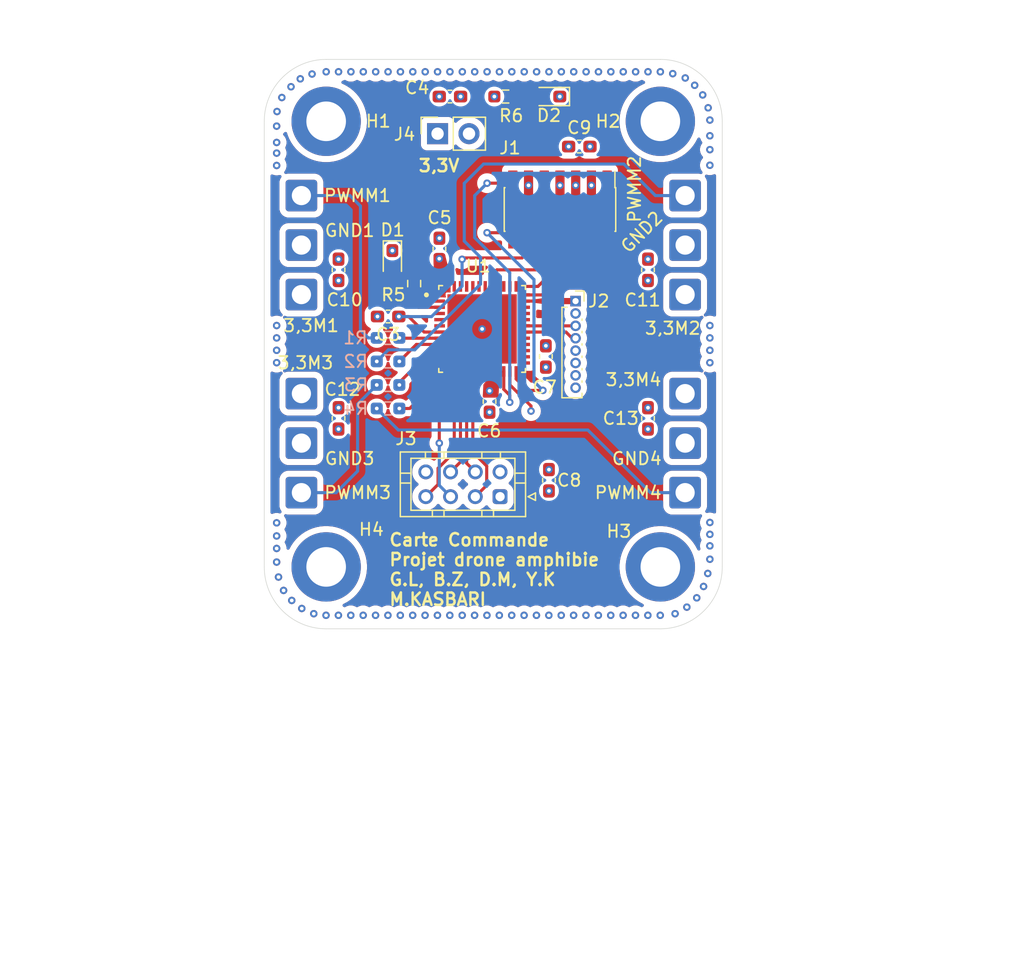
<source format=kicad_pcb>
(kicad_pcb (version 20241229) (generator "pcbnew") (generator_version "9.0")
  (layers (0 "F.Cu" signal) (4 "In1.Cu" signal) (6 "In2.Cu" signal) (2 "B.Cu" signal) (13 "F.Paste" user) (15 "B.Paste" user) (5 "F.SilkS" user "F.Silkscreen") (7 "B.SilkS" user "B.Silkscreen") (1 "F.Mask" user) (3 "B.Mask" user) (25 "Edge.Cuts" user))
  (net 0 "")
  (net 1 "3,3V")
  (net 2 "GND")
  (net 3 "NReset")
  (net 4 "USART_RX")
  (net 5 "SWO")
  (net 9 "USART_TX")
  (net 11 "SWCLK")
  (net 12 "SWDIO")
  (net 14 "SCL")
  (net 16 "SDA")
  (net 18 "RF_MISO")
  (net 19 "RF_CSN")
  (net 21 "RF_CE")
  (net 22 "RF_SCK")
  (net 23 "RF_MOSI")
  (net 24 "Net-(PWMM1-Pin_1)")
  (net 25 "Net-(PWMM2-Pin_1)")
  (net 26 "Net-(PWMM3-Pin_1)")
  (net 27 "Net-(PWMM4-Pin_1)")
  (net 39 "Net-(D1-A)")
  (net 53 "Net-(U1-PA2)")
  (net 54 "Net-(U1-PA3)")
  (net 55 "Net-(U1-PA0)")
  (net 56 "Net-(U1-PA1)")
  (net 57 "Net-(D2-A)")
  (net 58 "Net-(U1-PC14-OSC32_IN)")
  (footprint "Resistor_SMD:R_0603_1608Metric_Pad0.98x0.95mm_HandSolder" (layer "F.Cu") (at 134.5 42)
    (property "Reference" "R6" (at 0.45 1.55 0) (layer "F.SilkS"))
    (property "Value" "220")
    (pad "1" smd roundrect (at -0.9125 0) (size 0.975 0.95) (layers "F.Cu" "F.Mask" "F.Paste") (net 1 "3,3V"))
    (pad "2" smd roundrect (at 0.9125 0) (size 0.975 0.95) (layers "F.Cu" "F.Mask" "F.Paste") (net 57 "Net-(D2-A)"))
  )
  (footprint "Capacitor_SMD:C_0603_1608Metric_Pad1.08x0.95mm_HandSolder" (layer "F.Cu") (at 146 68 -90)
    (property "Reference" "C13" (at 0 2.2 0) (layer "F.SilkS"))
    (property "Value" "1uF")
    (pad "1" smd roundrect (at -0.862501 0 270) (size 1.075 0.95) (layers "F.Cu" "F.Mask" "F.Paste") (net 1 "3,3V"))
    (pad "2" smd roundrect (at 0.862501 0 270) (size 1.075 0.95) (layers "F.Cu" "F.Mask" "F.Paste") (net 2 "GND"))
  )
  (footprint "MountingHole:MountingHole_3.2mm_M3_DIN965_Pad" (layer "F.Cu") (at 147 80)
    (property "Reference" "H3" (at -3.35 -2.875 0) (layer "F.SilkS"))
    (property "Value" "MountingHole_Pad")
    (pad "1" thru_hole circle (at 0 0) (size 5.6 5.6) (drill 3.2) (layers "*.Cu" "*.Mask") (net 2 "GND"))
  )
  (footprint "Connector_PinSocket_2.54mm:PinSocket_1x02_P2.54mm_Vertical" (layer "F.Cu") (at 129 45 90)
    (property "Reference" "J4" (at -0.05 -2.67 180) (layer "F.SilkS"))
    (property "Value" "Conn_01x02_Pin")
    (pad "1" thru_hole rect (at 0 0 90) (size 1.7 1.7) (drill 1) (layers "*.Cu" "*.Mask") (net 1 "3,3V"))
    (pad "2" thru_hole oval (at 0 2.54 90) (size 1.7 1.7) (drill 1) (layers "*.Cu" "*.Mask") (net 2 "GND"))
  )
  (footprint "MountingHole:MountingHole_3.2mm_M3_DIN965_Pad" (layer "F.Cu") (at 147 44)
    (property "Reference" "H2" (at -4.23 0 0) (layer "F.SilkS"))
    (property "Value" "MountingHole_Pad")
    (pad "1" thru_hole circle (at 0 0) (size 5.6 5.6) (drill 3.2) (layers "*.Cu" "*.Mask") (net 2 "GND"))
  )
  (footprint "Connector_Wire:SolderWire-0.75sqmm_1x01_D1.25mm_OD2.3mm" (layer "F.Cu") (at 118 50)
    (property "Reference" "PWMM1" (at 4.525 0 0) (layer "F.SilkS"))
    (property "Value" "Conn_01x01_Pin")
    (pad "1" thru_hole roundrect (at 0 0) (size 2.55 2.55) (drill 1.55) (layers "*.Cu" "*.Mask") (roundrect_rratio 0.098039) (net 24 "Net-(PWMM1-Pin_1)"))
  )
  (footprint "Connector_Wire:SolderWire-0.75sqmm_1x01_D1.25mm_OD2.3mm" (layer "F.Cu") (at 118 70)
    (property "Reference" "GND3" (at 3.9 1.25 0) (layer "F.SilkS"))
    (property "Value" "Conn_01x01_Pin")
    (pad "1" thru_hole roundrect (at 0 0) (size 2.55 2.55) (drill 1.55) (layers "*.Cu" "*.Mask") (roundrect_rratio 0.098039) (net 2 "GND"))
  )
  (footprint "Diode_SMD:D_0603_1608Metric_Pad1.05x0.95mm_HandSolder" (layer "F.Cu") (at 138 42 180)
    (property "Reference" "D2" (at 0 -1.53 0) (layer "F.SilkS"))
    (property "Value" "D")
    (pad "1" smd roundrect (at -0.874999 0 180) (size 1.05 0.95) (layers "F.Cu" "F.Mask" "F.Paste") (net 2 "GND"))
    (pad "2" smd roundrect (at 0.874999 0 180) (size 1.05 0.95) (layers "F.Cu" "F.Mask" "F.Paste") (net 57 "Net-(D2-A)"))
  )
  (footprint "Capacitor_SMD:C_0603_1608Metric_Pad1.08x0.95mm_HandSolder" (layer "F.Cu") (at 121 68 -90)
    (property "Reference" "C12" (at -2.34 -0.32 0) (layer "F.SilkS"))
    (property "Value" "1uF")
    (pad "1" smd roundrect (at -0.862501 0 270) (size 1.075 0.95) (layers "F.Cu" "F.Mask" "F.Paste") (net 1 "3,3V"))
    (pad "2" smd roundrect (at 0.862501 0 270) (size 1.075 0.95) (layers "F.Cu" "F.Mask" "F.Paste") (net 2 "GND"))
  )
  (footprint "Capacitor_SMD:C_0603_1608Metric_Pad1.08x0.95mm_HandSolder" (layer "F.Cu") (at 137.75 63 -90)
    (property "Reference" "C7" (at 2.475 0.1 180) (layer "F.SilkS"))
    (property "Value" "100nF")
    (pad "1" smd roundrect (at -0.862501 0 270) (size 1.075 0.95) (layers "F.Cu" "F.Mask" "F.Paste") (net 1 "3,3V"))
    (pad "2" smd roundrect (at 0.862501 0 270) (size 1.075 0.95) (layers "F.Cu" "F.Mask" "F.Paste") (net 2 "GND"))
  )
  (footprint "Connector_Wire:SolderWire-0.75sqmm_1x01_D1.25mm_OD2.3mm" (layer "F.Cu") (at 149 70)
    (property "Reference" "GND4" (at -3.9 1.25 0) (layer "F.SilkS"))
    (property "Value" "Conn_01x01_Pin")
    (pad "1" thru_hole roundrect (at 0 0) (size 2.55 2.55) (drill 1.55) (layers "*.Cu" "*.Mask") (roundrect_rratio 0.098039) (net 2 "GND"))
  )
  (footprint "MountingHole:MountingHole_3.2mm_M3_DIN965_Pad" (layer "F.Cu") (at 120 44)
    (property "Reference" "H1" (at 4.21 -0.01 0) (layer "F.SilkS"))
    (property "Value" "MountingHole_Pad")
    (pad "1" thru_hole circle (at 0 0) (size 5.6 5.6) (drill 3.2) (layers "*.Cu" "*.Mask") (net 2 "GND"))
  )
  (footprint "MountingHole:MountingHole_3.2mm_M3_DIN965_Pad" (layer "F.Cu") (at 120 80)
    (property "Reference" "H4" (at 3.65 -3.025 0) (layer "F.SilkS"))
    (property "Value" "MountingHole_Pad")
    (pad "1" thru_hole circle (at 0 0) (size 5.6 5.6) (drill 3.2) (layers "*.Cu" "*.Mask") (net 2 "GND"))
  )
  (footprint "Diode_SMD:D_0603_1608Metric_Pad1.05x0.95mm_HandSolder" (layer "F.Cu") (at 125.35 55.32 -90)
    (property "Reference" "D1" (at -2.54 -0.02 180) (layer "F.SilkS"))
    (property "Value" "D")
    (pad "1" smd roundrect (at -0.874999 0 270) (size 1.05 0.95) (layers "F.Cu" "F.Mask" "F.Paste") (net 2 "GND"))
    (pad "2" smd roundrect (at 0.874999 0 270) (size 1.05 0.95) (layers "F.Cu" "F.Mask" "F.Paste") (net 39 "Net-(D1-A)"))
  )
  (footprint "STM32G431CBU6:QFN50P700X700X60-49N" (layer "F.Cu") (at 132.6 60.775)
    (property "Reference" "U1" (at -0.3175 -5.08 0) (layer "F.SilkS"))
    (property "Value" "STM32G431CBU6")
    (pad "1" smd rect (at -3.435 -2.75) (size 0.86 0.27) (layers "F.Cu" "F.Paste") (net 1 "3,3V"))
    (pad "2" smd rect (at -3.435 -2.25) (size 0.86 0.27) (layers "F.Cu" "F.Paste"))
    (pad "3" smd rect (at -3.435 -1.75) (size 0.86 0.27) (layers "F.Cu" "F.Paste") (net 58 "Net-(U1-PC14-OSC32_IN)"))
    (pad "4" smd rect (at -3.435 -1.25) (size 0.86 0.27) (layers "F.Cu" "F.Paste"))
    (pad "5" smd rect (at -3.435 -0.75) (size 0.86 0.27) (layers "F.Cu" "F.Paste"))
    (pad "6" smd rect (at -3.435 -0.25) (size 0.86 0.27) (layers "F.Cu" "F.Paste"))
    (pad "7" smd rect (at -3.435 0.25) (size 0.86 0.27) (layers "F.Cu" "F.Paste") (net 3 "NReset"))
    (pad "8" smd rect (at -3.435 0.75) (size 0.86 0.27) (layers "F.Cu" "F.Paste") (net 55 "Net-(U1-PA0)"))
    (pad "9" smd rect (at -3.435 1.25) (size 0.86 0.27) (layers "F.Cu" "F.Paste") (net 56 "Net-(U1-PA1)"))
    (pad "10" smd rect (at -3.435 1.75) (size 0.86 0.27) (layers "F.Cu" "F.Paste") (net 53 "Net-(U1-PA2)"))
    (pad "11" smd rect (at -3.435 2.25) (size 0.86 0.27) (layers "F.Cu" "F.Paste") (net 54 "Net-(U1-PA3)"))
    (pad "12" smd rect (at -3.435 2.75) (size 0.86 0.27) (layers "F.Cu" "F.Paste"))
    (pad "13" smd rect (at -2.75 3.435) (size 0.27 0.86) (layers "F.Cu" "F.Paste") (net 22 "RF_SCK"))
    (pad "14" smd rect (at -2.25 3.435) (size 0.27 0.86) (layers "F.Cu" "F.Paste") (net 18 "RF_MISO"))
    (pad "15" smd rect (at -1.75 3.435) (size 0.27 0.86) (layers "F.Cu" "F.Paste") (net 23 "RF_MOSI"))
    (pad "16" smd rect (at -1.25 3.435) (size 0.27 0.86) (layers "F.Cu" "F.Paste") (net 19 "RF_CSN"))
    (pad "17" smd rect (at -0.75 3.435) (size 0.27 0.86) (layers "F.Cu" "F.Paste") (net 21 "RF_CE"))
    (pad "18" smd rect (at -0.25 3.435) (size 0.27 0.86) (layers "F.Cu" "F.Paste"))
    (pad "19" smd rect (at 0.25 3.435) (size 0.27 0.86) (layers "F.Cu" "F.Paste"))
    (pad "20" smd rect (at 0.75 3.435) (size 0.27 0.86) (layers "F.Cu" "F.Paste") (net 1 "3,3V"))
    (pad "21" smd rect (at 1.25 3.435) (size 0.27 0.86) (layers "F.Cu" "F.Paste") (net 1 "3,3V"))
    (pad "22" smd rect (at 1.75 3.435) (size 0.27 0.86) (layers "F.Cu" "F.Paste") (net 4 "USART_RX"))
    (pad "23" smd rect (at 2.25 3.435) (size 0.27 0.86) (layers "F.Cu" "F.Paste") (net 1 "3,3V"))
    (pad "24" smd rect (at 2.75 3.435) (size 0.27 0.86) (layers "F.Cu" "F.Paste") (net 9 "USART_TX"))
    (pad "25" smd rect (at 3.435 2.75) (size 0.86 0.27) (layers "F.Cu" "F.Paste"))
    (pad "26" smd rect (at 3.435 2.25) (size 0.86 0.27) (layers "F.Cu" "F.Paste"))
    (pad "27" smd rect (at 3.435 1.75) (size 0.86 0.27) (layers "F.Cu" "F.Paste"))
    (pad "28" smd rect (at 3.435 1.25) (size 0.86 0.27) (layers "F.Cu" "F.Paste"))
    (pad "29" smd rect (at 3.435 0.75) (size 0.86 0.27) (layers "F.Cu" "F.Paste"))
    (pad "30" smd rect (at 3.435 0.25) (size 0.86 0.27) (layers "F.Cu" "F.Paste") (net 16 "SDA"))
    (pad "31" smd rect (at 3.435 -0.25) (size 0.86 0.27) (layers "F.Cu" "F.Paste") (net 14 "SCL"))
    (pad "32" smd rect (at 3.435 -0.75) (size 0.86 0.27) (layers "F.Cu" "F.Paste"))
    (pad "33" smd rect (at 3.435 -1.25) (size 0.86 0.27) (layers "F.Cu" "F.Paste"))
    (pad "34" smd rect (at 3.435 -1.75) (size 0.86 0.27) (layers "F.Cu" "F.Paste"))
    (pad "35" smd rect (at 3.435 -2.25) (size 0.86 0.27) (layers "F.Cu" "F.Paste") (net 1 "3,3V"))
    (pad "36" smd rect (at 3.435 -2.75) (size 0.86 0.27) (layers "F.Cu" "F.Paste") (net 12 "SWDIO"))
    (pad "37" smd rect (at 2.75 -3.435) (size 0.27 0.86) (layers "F.Cu" "F.Paste") (net 11 "SWCLK"))
    (pad "38" smd rect (at 2.25 -3.435) (size 0.27 0.86) (layers "F.Cu" "F.Paste"))
    (pad "39" smd rect (at 1.75 -3.435) (size 0.27 0.86) (layers "F.Cu" "F.Paste"))
    (pad "40" smd rect (at 1.25 -3.435) (size 0.27 0.86) (layers "F.Cu" "F.Paste"))
    (pad "41" smd rect (at 0.75 -3.435) (size 0.27 0.86) (layers "F.Cu" "F.Paste") (net 5 "SWO"))
    (pad "42" smd rect (at 0.25 -3.435) (size 0.27 0.86) (layers "F.Cu" "F.Paste"))
    (pad "43" smd rect (at -0.25 -3.435) (size 0.27 0.86) (layers "F.Cu" "F.Paste"))
    (pad "44" smd rect (at -0.75 -3.435) (size 0.27 0.86) (layers "F.Cu" "F.Paste"))
    (pad "45" smd rect (at -1.25 -3.435) (size 0.27 0.86) (layers "F.Cu" "F.Paste"))
    (pad "46" smd rect (at -1.75 -3.435) (size 0.27 0.86) (layers "F.Cu" "F.Paste"))
    (pad "47" smd rect (at -2.25 -3.435) (size 0.27 0.86) (layers "F.Cu" "F.Paste"))
    (pad "48" smd rect (at -2.75 -3.435) (size 0.27 0.86) (layers "F.Cu" "F.Paste") (net 1 "3,3V"))
    (pad "49" smd rect (at 0 0) (size 5.6 5.6) (layers "F.Cu") (net 2 "GND"))
  )
  (footprint "Capacitor_SMD:C_0603_1608Metric_Pad1.08x0.95mm_HandSolder" (layer "F.Cu") (at 138 73 90)
    (property "Reference" "C8" (at 0 1.64 0) (layer "F.SilkS"))
    (property "Value" "10uF")
    (pad "1" smd roundrect (at -0.862501 0 90) (size 1.075 0.95) (layers "F.Cu" "F.Mask" "F.Paste") (net 2 "GND"))
    (pad "2" smd roundrect (at 0.862501 0 90) (size 1.075 0.95) (layers "F.Cu" "F.Mask" "F.Paste") (net 1 "3,3V"))
  )
  (footprint "Connector_Wire:SolderWire-0.75sqmm_1x01_D1.25mm_OD2.3mm" (layer "F.Cu") (at 118 58)
    (property "Reference" "3,3M1" (at 0.78 2.51 0) (layer "F.SilkS"))
    (property "Value" "Conn_01x01_Pin")
    (pad "1" thru_hole roundrect (at 0 0) (size 2.55 2.55) (drill 1.55) (layers "*.Cu" "*.Mask") (roundrect_rratio 0.098039) (net 1 "3,3V"))
  )
  (footprint "Connector_Wire:SolderWire-0.75sqmm_1x01_D1.25mm_OD2.3mm" (layer "F.Cu") (at 118 66)
    (property "Reference" "3,3M3" (at 0.33 -2.49 0) (layer "F.SilkS"))
    (property "Value" "Conn_01x01_Pin")
    (pad "1" thru_hole roundrect (at 0 0) (size 2.55 2.55) (drill 1.55) (layers "*.Cu" "*.Mask") (roundrect_rratio 0.098039) (net 1 "3,3V"))
  )
  (footprint "Capacitor_SMD:C_0603_1608Metric_Pad1.08x0.95mm_HandSolder" (layer "F.Cu") (at 121 56 90)
    (property "Reference" "C10" (at -2.42 0.49 0) (layer "F.SilkS"))
    (property "Value" "1uF")
    (pad "1" smd roundrect (at -0.862501 0 90) (size 1.075 0.95) (layers "F.Cu" "F.Mask" "F.Paste") (net 1 "3,3V"))
    (pad "2" smd roundrect (at 0.862501 0 90) (size 1.075 0.95) (layers "F.Cu" "F.Mask" "F.Paste") (net 2 "GND"))
  )
  (footprint "Connector_JST:JST_PHD_B8B-PHDSS_2x04_P2.00mm_Vertical" (layer "F.Cu") (at 134.05 74.325 180)
    (property "Reference" "J3" (at 7.6 4.685 0) (layer "F.SilkS"))
    (property "Value" "Conn_02x04_Odd_Even")
    (pad "1" thru_hole roundrect (at 0 0 180) (size 1.2 1.2) (drill 0.75) (layers "*.Cu" "*.Mask") (roundrect_rratio 0.208333) (net 2 "GND"))
    (pad "2" thru_hole circle (at 0 2.000001 180) (size 1.2 1.2) (drill 0.75) (layers "*.Cu" "*.Mask") (net 1 "3,3V"))
    (pad "3" thru_hole circle (at 2.000001 0 180) (size 1.2 1.2) (drill 0.75) (layers "*.Cu" "*.Mask") (net 21 "RF_CE"))
    (pad "4" thru_hole circle (at 2 2 180) (size 1.2 1.2) (drill 0.75) (layers "*.Cu" "*.Mask") (net 19 "RF_CSN"))
    (pad "5" thru_hole circle (at 4 0 180) (size 1.2 1.2) (drill 0.75) (layers "*.Cu" "*.Mask") (net 22 "RF_SCK"))
    (pad "6" thru_hole circle (at 4.000001 2 180) (size 1.2 1.2) (drill 0.75) (layers "*.Cu" "*.Mask") (net 23 "RF_MOSI"))
    (pad "7" thru_hole circle (at 6 0 180) (size 1.2 1.2) (drill 0.75) (layers "*.Cu" "*.Mask") (net 18 "RF_MISO"))
    (pad "8" thru_hole circle (at 6 2 180) (size 1.2 1.2) (drill 0.75) (layers "*.Cu" "*.Mask"))
  )
  (footprint "Capacitor_SMD:C_0603_1608Metric_Pad1.08x0.95mm_HandSolder" (layer "F.Cu") (at 125.007499 59.77 180)
    (property "Reference" "C3" (at -0.002501 -1.45 180) (layer "F.SilkS"))
    (property "Value" "100nF")
    (pad "1" smd roundrect (at -0.862501 0 180) (size 1.075 0.95) (layers "F.Cu" "F.Mask" "F.Paste") (net 3 "NReset"))
    (pad "2" smd roundrect (at 0.862501 0 180) (size 1.075 0.95) (layers "F.Cu" "F.Mask" "F.Paste") (net 2 "GND"))
  )
  (footprint "Connector_Wire:SolderWire-0.75sqmm_1x01_D1.25mm_OD2.3mm" (layer "F.Cu") (at 149 54)
    (property "Reference" "GND2" (at -3.5 -1.05 225) (layer "F.SilkS"))
    (property "Value" "Conn_01x01_Pin")
    (pad "1" thru_hole roundrect (at 0 0) (size 2.55 2.55) (drill 1.55) (layers "*.Cu" "*.Mask") (roundrect_rratio 0.098039) (net 2 "GND"))
  )
  (footprint "Connector_Wire:SolderWire-0.75sqmm_1x01_D1.25mm_OD2.3mm" (layer "F.Cu") (at 118 74)
    (property "Reference" "PWMM3" (at 4.55 0 0) (layer "F.SilkS"))
    (property "Value" "Conn_01x01_Pin")
    (pad "1" thru_hole roundrect (at 0 0) (size 2.55 2.55) (drill 1.55) (layers "*.Cu" "*.Mask") (roundrect_rratio 0.098039) (net 26 "Net-(PWMM3-Pin_1)"))
  )
  (footprint "Connector_Wire:SolderWire-0.75sqmm_1x01_D1.25mm_OD2.3mm" (layer "F.Cu") (at 149 58)
    (property "Reference" "3,3M2" (at -1 2.72 0) (layer "F.SilkS"))
    (property "Value" "Conn_01x01_Pin")
    (pad "1" thru_hole roundrect (at 0 0) (size 2.55 2.55) (drill 1.55) (layers "*.Cu" "*.Mask") (roundrect_rratio 0.098039) (net 1 "3,3V"))
  )
  (footprint "Connector_Wire:SolderWire-0.75sqmm_1x01_D1.25mm_OD2.3mm" (layer "F.Cu") (at 118 54)
    (property "Reference" "GND1" (at 3.9 -1.175 0) (layer "F.SilkS"))
    (property "Value" "Conn_01x01_Pin")
    (pad "1" thru_hole roundrect (at 0 0) (size 2.55 2.55) (drill 1.55) (layers "*.Cu" "*.Mask") (roundrect_rratio 0.098039) (net 2 "GND"))
  )
  (footprint "Capacitor_SMD:C_0603_1608Metric_Pad1.08x0.95mm_HandSolder" (layer "F.Cu") (at 129.15 54.307499 90)
    (property "Reference" "C5" (at 2.517499 0.01 180) (layer "F.SilkS"))
    (property "Value" "100nF")
    (pad "1" smd roundrect (at -0.862501 0 90) (size 1.075 0.95) (layers "F.Cu" "F.Mask" "F.Paste") (net 1 "3,3V"))
    (pad "2" smd roundrect (at 0.862501 0 90) (size 1.075 0.95) (layers "F.Cu" "F.Mask" "F.Paste") (net 2 "GND"))
  )
  (footprint "Connector_Wire:SolderWire-0.75sqmm_1x01_D1.25mm_OD2.3mm" (layer "F.Cu") (at 149 66)
    (property "Reference" "3,3M4" (at -4.175 -1.125 0) (layer "F.SilkS"))
    (property "Value" "Conn_01x01_Pin")
    (pad "1" thru_hole roundrect (at 0 0) (size 2.55 2.55) (drill 1.55) (layers "*.Cu" "*.Mask") (roundrect_rratio 0.098039) (net 1 "3,3V"))
  )
  (footprint "Connector_PinHeader_1.27mm:PinHeader_2x07_P1.27mm_Vertical_SMD" (layer "F.Cu") (at 138.89 51.124999 -90)
    (property "Reference" "J1" (at -4.974999 4.04 180) (layer "F.SilkS"))
    (property "Value" "Conn_ST_STDC14")
    (pad "1" smd rect (at -1.95 -3.81 270) (size 2.4 0.74) (layers "F.Cu" "F.Mask" "F.Paste"))
    (pad "2" smd rect (at 1.95 -3.81 270) (size 2.4 0.74) (layers "F.Cu" "F.Mask" "F.Paste"))
    (pad "3" smd rect (at -1.95 -2.54 270) (size 2.4 0.74) (layers "F.Cu" "F.Mask" "F.Paste") (net 1 "3,3V"))
    (pad "4" smd rect (at 1.95 -2.54 270) (size 2.4 0.74) (layers "F.Cu" "F.Mask" "F.Paste") (net 12 "SWDIO"))
    (pad "5" smd rect (at -1.95 -1.27 270) (size 2.4 0.74) (layers "F.Cu" "F.Mask" "F.Paste") (net 2 "GND"))
    (pad "6" smd rect (at 1.95 -1.27 270) (size 2.4 0.74) (layers "F.Cu" "F.Mask" "F.Paste") (net 11 "SWCLK"))
    (pad "7" smd rect (at -1.95 0 270) (size 2.4 0.74) (layers "F.Cu" "F.Mask" "F.Paste") (net 2 "GND"))
    (pad "8" smd rect (at 1.95 0 270) (size 2.4 0.74) (layers "F.Cu" "F.Mask" "F.Paste") (net 5 "SWO"))
    (pad "9" smd rect (at -1.95 1.27 270) (size 2.4 0.74) (layers "F.Cu" "F.Mask" "F.Paste"))
    (pad "10" smd rect (at 1.95 1.27 270) (size 2.4 0.74) (layers "F.Cu" "F.Mask" "F.Paste"))
    (pad "11" smd rect (at -1.95 2.54 270) (size 2.4 0.74) (layers "F.Cu" "F.Mask" "F.Paste") (net 2 "GND"))
    (pad "12" smd rect (at 1.95 2.54 270) (size 2.4 0.74) (layers "F.Cu" "F.Mask" "F.Paste") (net 3 "NReset"))
    (pad "13" smd rect (at -1.95 3.81 270) (size 2.4 0.74) (layers "F.Cu" "F.Mask" "F.Paste") (net 4 "USART_RX"))
    (pad "14" smd rect (at 1.95 3.81 270) (size 2.4 0.74) (layers "F.Cu" "F.Mask" "F.Paste") (net 9 "USART_TX"))
  )
  (footprint "Connector_PinSocket_1.00mm:PinSocket_1x08_P1.00mm_Vertical" (layer "F.Cu") (at 140.15 58.525)
    (property "Reference" "J2" (at 1.875 0 0) (layer "F.SilkS"))
    (property "Value" "Conn_01x08_Pin")
    (pad "1" thru_hole rect (at 0 0) (size 0.85 0.85) (drill 0.5) (layers "*.Cu" "*.Mask") (net 1 "3,3V"))
    (pad "2" thru_hole oval (at 0 1) (size 0.85 0.85) (drill 0.5) (layers "*.Cu" "*.Mask") (net 2 "GND"))
    (pad "3" thru_hole oval (at 0 2) (size 0.85 0.85) (drill 0.5) (layers "*.Cu" "*.Mask") (net 14 "SCL"))
    (pad "4" thru_hole oval (at 0 3) (size 0.85 0.85) (drill 0.5) (layers "*.Cu" "*.Mask") (net 16 "SDA"))
    (pad "5" thru_hole oval (at 0 4) (size 0.85 0.85) (drill 0.5) (layers "*.Cu" "*.Mask"))
    (pad "6" thru_hole oval (at 0 5) (size 0.85 0.85) (drill 0.5) (layers "*.Cu" "*.Mask"))
    (pad "7" thru_hole oval (at 0 6) (size 0.85 0.85) (drill 0.5) (layers "*.Cu" "*.Mask") (net 2 "GND"))
    (pad "8" thru_hole oval (at 0 7) (size 0.85 0.85) (drill 0.5) (layers "*.Cu" "*.Mask"))
  )
  (footprint "Capacitor_SMD:C_0603_1608Metric_Pad1.08x0.95mm_HandSolder" (layer "F.Cu") (at 133.2 66.637501 -90)
    (property "Reference" "C6" (at 2.375 0.025 180) (layer "F.SilkS"))
    (property "Value" "100nF")
    (pad "1" smd roundrect (at -0.862501 0 270) (size 1.075 0.95) (layers "F.Cu" "F.Mask" "F.Paste") (net 1 "3,3V"))
    (pad "2" smd roundrect (at 0.862501 0 270) (size 1.075 0.95) (layers "F.Cu" "F.Mask" "F.Paste") (net 2 "GND"))
  )
  (footprint "Capacitor_SMD:C_0603_1608Metric_Pad1.08x0.95mm_HandSolder" (layer "F.Cu") (at 146 56 90)
    (property "Reference" "C11" (at -2.44 -0.44 180) (layer "F.SilkS"))
    (property "Value" "1uF")
    (pad "1" smd roundrect (at -0.862501 0 90) (size 1.075 0.95) (layers "F.Cu" "F.Mask" "F.Paste") (net 1 "3,3V"))
    (pad "2" smd roundrect (at 0.862501 0 90) (size 1.075 0.95) (layers "F.Cu" "F.Mask" "F.Paste") (net 2 "GND"))
  )
  (footprint "Resistor_SMD:R_0603_1608Metric_Pad0.98x0.95mm_HandSolder" (layer "F.Cu") (at 127.11 57.11 90)
    (property "Reference" "R5" (at -0.91 -1.68 180) (layer "F.SilkS"))
    (property "Value" "1k")
    (pad "1" smd roundrect (at -0.9125 0 90) (size 0.975 0.95) (layers "F.Cu" "F.Mask" "F.Paste") (net 58 "Net-(U1-PC14-OSC32_IN)"))
    (pad "2" smd roundrect (at 0.9125 0 90) (size 0.975 0.95) (layers "F.Cu" "F.Mask" "F.Paste") (net 39 "Net-(D1-A)"))
  )
  (footprint "Capacitor_SMD:C_0603_1608Metric_Pad1.08x0.95mm_HandSolder" (layer "F.Cu") (at 130 42)
    (property "Reference" "C4" (at -2.65 -0.71 0) (layer "F.SilkS"))
    (property "Value" "100nF")
    (pad "1" smd roundrect (at -0.8625 0) (size 1.075 0.95) (layers "F.Cu" "F.Mask" "F.Paste") (net 1 "3,3V"))
    (pad "2" smd roundrect (at 0.8625 0) (size 1.075 0.95) (layers "F.Cu" "F.Mask" "F.Paste") (net 2 "GND"))
  )
  (footprint "Connector_Wire:SolderWire-0.75sqmm_1x01_D1.25mm_OD2.3mm" (layer "F.Cu") (at 149 74)
    (property "Reference" "PWMM4" (at -4.6 0 0) (layer "F.SilkS"))
    (property "Value" "Conn_01x01_Pin")
    (pad "1" thru_hole roundrect (at 0 0) (size 2.55 2.55) (drill 1.55) (layers "*.Cu" "*.Mask") (roundrect_rratio 0.098039) (net 27 "Net-(PWMM4-Pin_1)"))
  )
  (footprint "Capacitor_SMD:C_0603_1608Metric_Pad1.08x0.95mm_HandSolder" (layer "F.Cu") (at 140.451219 46.039287)
    (property "Reference" "C9" (at 0 -1.525 0) (layer "F.SilkS"))
    (property "Value" "0.1uF")
    (pad "1" smd roundrect (at -0.862501 0) (size 1.075 0.95) (layers "F.Cu" "F.Mask" "F.Paste") (net 2 "GND"))
    (pad "2" smd roundrect (at 0.862501 0) (size 1.075 0.95) (layers "F.Cu" "F.Mask" "F.Paste") (net 1 "3,3V"))
  )
  (footprint "Connector_Wire:SolderWire-0.75sqmm_1x01_D1.25mm_OD2.3mm" (layer "F.Cu") (at 149 50)
    (property "Reference" "PWMM2" (at -4.09 -0.52 270) (layer "F.SilkS"))
    (property "Value" "Conn_01x01_Pin")
    (pad "1" thru_hole roundrect (at 0 0) (size 2.55 2.55) (drill 1.55) (layers "*.Cu" "*.Mask") (roundrect_rratio 0.098039) (net 25 "Net-(PWMM2-Pin_1)"))
  )
  (footprint "Resistor_SMD:R_0603_1608Metric_Pad0.98x0.95mm_HandSolder" (layer "B.Cu") (at 125 63.4)
    (property "Reference" "R2" (at -2.6125 0 0) (layer "B.SilkS") (effects (justify mirror)))
    (property "Value" "470Ω")
    (pad "1" smd roundrect (at -0.9125 0) (size 0.975 0.95) (layers "B.Cu" "B.Mask" "B.Paste") (net 25 "Net-(PWMM2-Pin_1)"))
    (pad "2" smd roundrect (at 0.9125 0) (size 0.975 0.95) (layers "B.Cu" "B.Mask" "B.Paste") (net 56 "Net-(U1-PA1)"))
  )
  (footprint "Resistor_SMD:R_0603_1608Metric_Pad0.98x0.95mm_HandSolder" (layer "B.Cu") (at 125 61.5)
    (property "Reference" "R1" (at -2.6375 0 0) (layer "B.SilkS") (effects (justify mirror)))
    (property "Value" "470Ω")
    (pad "1" smd roundrect (at -0.9125 0) (size 0.975 0.95) (layers "B.Cu" "B.Mask" "B.Paste") (net 24 "Net-(PWMM1-Pin_1)"))
    (pad "2" smd roundrect (at 0.9125 0) (size 0.975 0.95) (layers "B.Cu" "B.Mask" "B.Paste") (net 55 "Net-(U1-PA0)"))
  )
  (footprint "Resistor_SMD:R_0603_1608Metric_Pad0.98x0.95mm_HandSolder" (layer "B.Cu") (at 125 67.2)
    (property "Reference" "R4" (at -2.5875 0 0) (layer "B.SilkS") (effects (justify mirror)))
    (property "Value" "470Ω")
    (pad "1" smd roundrect (at -0.9125 0) (size 0.975 0.95) (layers "B.Cu" "B.Mask" "B.Paste") (net 27 "Net-(PWMM4-Pin_1)"))
    (pad "2" smd roundrect (at 0.9125 0) (size 0.975 0.95) (layers "B.Cu" "B.Mask" "B.Paste") (net 54 "Net-(U1-PA3)"))
  )
  (footprint "Resistor_SMD:R_0603_1608Metric_Pad0.98x0.95mm_HandSolder" (layer "B.Cu") (at 125 65.3)
    (property "Reference" "R3" (at -2.5875 0 0) (layer "B.SilkS") (effects (justify mirror)))
    (property "Value" "470Ω")
    (pad "1" smd roundrect (at -0.9125 0) (size 0.975 0.95) (layers "B.Cu" "B.Mask" "B.Paste") (net 26 "Net-(PWMM3-Pin_1)"))
    (pad "2" smd roundrect (at 0.9125 0) (size 0.975 0.95) (layers "B.Cu" "B.Mask" "B.Paste") (net 53 "Net-(U1-PA2)"))
  )
  (gr_poly (pts (xy 129.95 57.725) (xy 129.625 57.725) (xy 129.825 57.425) (xy 129.95 57.35)) (stroke (width 0.2)) (fill yes) (layer "F.Cu") (net 1))
  (gr_poly (pts (xy 133.95 63.83) (xy 133.825 66.225) (xy 132.75 66.225) (xy 132.8 65.3)) (stroke (width 0.2)) (fill yes) (layer "F.Cu") (net 1))
  (gr_poly (pts (xy 129.423321 57.92621) (xy 129.95 57.546876) (xy 129.95 56.55) (xy 129.275 55.825)) (stroke (width 0.2)) (fill yes) (layer "F.Cu") (net 1))
  (gr_poly (pts (xy 137.65 58.375) (xy 140.15 58.375) (xy 137.65 58.675)) (stroke (width 0.2)) (fill yes) (layer "F.Cu") (net 1))
  (gr_poly (pts (xy 134.102084 48.994811) (xy 134.872084 48.654811) (xy 134.87 49.37)) (stroke (width 0.2)) (fill yes) (layer "F.Cu") (net 4))
  (gr_poly (pts (xy 129.55 58.125) (xy 129.55 57.825) (xy 129.375 57.9)) (stroke (width 0.2)) (fill yes) (layer "F.Cu") (net 1))
  (gr_poly (pts (xy 133.25 63.83) (xy 133.225 65.675) (xy 133.95 63.83)) (stroke (width 0.2)) (fill yes) (layer "F.Cu") (net 1))
  (gr_poly (pts (xy 129.95 56.55) (xy 129.51 54.81) (xy 129.05 56.2)) (stroke (width 0.2)) (fill yes) (layer "F.Cu") (net 1))
  (gr_poly (pts (xy 128.85 54.81) (xy 129.55 55.175) (xy 129.275 56.875)) (stroke (width 0.2)) (fill yes) (layer "F.Cu") (net 1))
  (gr_poly (pts (xy 136.5 58.525) (xy 137.65 58.375) (xy 137.65 58.675)) (stroke (width 0.2)) (fill yes) (layer "F.Cu") (net 1))
  (gr_poly (pts (xy 128.775 58.125) (xy 129.55 58.125) (xy 128.79 54.81)) (stroke (width 0.2)) (fill yes) (layer "F.Cu") (net 1))
  (gr_poly (pts (xy 134.195641 52.998466) (xy 134.965641 52.658466) (xy 134.963557 53.373655)) (stroke (width 0.2)) (fill yes) (layer "F.Cu") (net 9))
  (gr_poly (pts (xy 137.65 58.675) (xy 140.15 58.675) (xy 140.15 58.375)) (stroke (width 0.2)) (fill yes) (layer "F.Cu") (net 1))
  (gr_arc (start 152 80) (mid 150.535534 83.535534) (end 147 85) (stroke (width 0.05)) (layer "Edge.Cuts"))
  (gr_arc (start 115 44) (mid 116.464466 40.464466) (end 120 39) (stroke (width 0.05)) (layer "Edge.Cuts"))
  (gr_line (start 152 44) (end 152 80) (stroke (width 0.05)) (layer "Edge.Cuts"))
  (gr_line (start 115 80) (end 115 44) (stroke (width 0.05)) (layer "Edge.Cuts"))
  (gr_arc (start 120 85) (mid 116.464466 83.535534) (end 115 80) (stroke (width 0.05)) (layer "Edge.Cuts"))
  (gr_arc (start 147 39) (mid 150.535534 40.464466) (end 152 44) (stroke (width 0.05)) (layer "Edge.Cuts"))
  (gr_line (start 120 39) (end 147 39) (stroke (width 0.05)) (layer "Edge.Cuts"))
  (gr_line (start 147 85) (end 120 85) (stroke (width 0.05)) (layer "Edge.Cuts"))
  (gr_text "G.L, B.Z, D.M, Y.K" (at 125 81.6 0) (layer "F.SilkS") (effects (font (size 1 1) (thickness 0.2) (bold yes)) (justify left bottom)))
  (gr_text "3,3V" (at 127.37 48.17 0) (layer "F.SilkS") (effects (font (size 1 1) (thickness 0.2) (bold yes)) (justify left bottom)))
  (gr_text "M.KASBARI" (at 125 83.2 0) (layer "F.SilkS") (effects (font (size 1 1) (thickness 0.2) (bold yes)) (justify left bottom)))
  (gr_text "Carte Commande" (at 125 78.4 0) (layer "F.SilkS") (effects (font (size 1 1) (thickness 0.2) (bold yes)) (justify left bottom)))
  (gr_text "Projet drone amphibie" (at 125 80 0) (layer "F.SilkS") (effects (font (size 1 1) (thickness 0.2) (bold yes)) (justify left bottom)))
  (segment (start 136.55 67.41) (end 136.55 67) (width 0.25) (layer "F.Cu") (net 1))
  (segment (start 136.035 58.525) (end 137.675 58.525) (width 0.25) (layer "F.Cu") (net 1))
  (segment (start 133.35 65.625) (end 133.2 65.775) (width 0.25) (layer "F.Cu") (net 1))
  (segment (start 134.85 65.3) (end 134.85 64.21) (width 0.25) (layer "F.Cu") (net 1))
  (segment (start 133.85 65.125) (end 133.2 65.775) (width 0.25) (layer "F.Cu") (net 1))
  (segment (start 133.35 64.21) (end 133.35 65.625) (width 0.25) (layer "F.Cu") (net 1))
  (segment (start 140.15 58.525) (end 137.075 58.525) (width 0.25) (layer "F.Cu") (net 1))
  (segment (start 136.55 67) (end 134.85 65.3) (width 0.25) (layer "F.Cu") (net 1))
  (via (at 133.2 65.775) (size 0.6) (drill 0.3) (layers "F.Cu" "B.Cu") (net 1))
  (via (at 146 56.862501) (size 0.6) (drill 0.3) (layers "F.Cu" "B.Cu") (net 1))
  (via (at 121 56.862501) (size 0.6) (drill 0.3) (layers "F.Cu" "B.Cu") (net 1))
  (via (at 129.1375 42) (size 0.6) (drill 0.3) (layers "F.Cu" "B.Cu") (net 1))
  (via (at 137.75 62.137499) (size 0.6) (drill 0.3) (layers "F.Cu" "B.Cu") (net 1))
  (via (at 141.43 49.174999) (size 0.6) (drill 0.3) (layers "F.Cu" "B.Cu") (net 1))
  (via (at 146 67.137499) (size 0.6) (drill 0.3) (layers "F.Cu" "B.Cu") (net 1))
  (via (at 121 67.137499) (size 0.6) (drill 0.3) (layers "F.Cu" "B.Cu") (net 1))
  (via (at 141.31372 46.039287) (size 0.6) (drill 0.3) (layers "F.Cu" "B.Cu") (net 1))
  (via (at 138 72.137499) (size 0.6) (drill 0.3) (layers "F.Cu" "B.Cu") (net 1))
  (via (at 129.14 55.1) (size 0.6) (drill 0.3) (layers "F.Cu" "B.Cu") (net 1))
  (via (at 136.55 67.41) (size 0.6) (drill 0.3) (layers "F.Cu" "B.Cu") (net 1))
  (via (at 133.5875 42) (size 0.6) (drill 0.3) (layers "F.Cu" "B.Cu") (net 1))
  (via (at 116 45.71) (size 0.6) (drill 0.3) (layers "F.Cu" "B.Cu") (net 2))
  (via (at 137 40) (size 0.6) (drill 0.3) (layers "F.Cu" "B.Cu") (net 2))
  (via (at 131 40) (size 0.6) (drill 0.3) (layers "F.Cu" "B.Cu") (net 2))
  (via (at 135 40) (size 0.6) (drill 0.3) (layers "F.Cu" "B.Cu") (net 2))
  (via (at 129.99 83.91) (size 0.6) (drill 0.3) (layers "F.Cu" "B.Cu") (net 2))
  (via (at 126.99 83.91) (size 0.6) (drill 0.3) (layers "F.Cu" "B.Cu") (net 2))
  (via (at 144 40) (size 0.6) (drill 0.3) (layers "F.Cu" "B.Cu") (net 2))
  (via (at 140.160002 49.175) (size 0.6) (drill 0.3) (layers "F.Cu" "B.Cu") (net 2))
  (via (at 116 60.5) (size 0.6) (drill 0.3) (layers "F.Cu" "B.Cu") (net 2))
  (via (at 117.16 41.21) (size 0.6) (drill 0.3) (layers "F.Cu" "B.Cu") (net 2))
  (via (at 151 43.9) (size 0.6) (drill 0.3) (layers "F.Cu" "B.Cu") (net 2))
  (via (at 116.56 81.9) (size 0.6) (drill 0.3) (layers "F.Cu" "B.Cu") (net 2))
  (via (at 151 62.5) (size 0.6) (drill 0.3) (layers "F.Cu" "B.Cu") (net 2))
  (via (at 129.15 53.444998) (size 0.6) (drill 0.3) (layers "F.Cu" "B.Cu") (net 2))
  (via (at 151 79.38) (size 0.6) (drill 0.3) (layers "F.Cu" "B.Cu") (net 2))
  (via (at 116.03 43.21) (size 0.6) (drill 0.3) (layers "F.Cu" "B.Cu") (net 2))
  (via (at 122.99 83.91) (size 0.6) (drill 0.3) (layers "F.Cu" "B.Cu") (net 2))
  (via (at 151 63.5) (size 0.6) (drill 0.3) (layers "F.Cu" "B.Cu") (net 2))
  (via (at 125.35 54.445001) (size 0.6) (drill 0.3) (layers "F.Cu" "B.Cu") (net 2))
  (via (at 116 47.57) (size 0.6) (drill 0.3) (layers "F.Cu" "B.Cu") (net 2))
  (via (at 144.99 83.91) (size 0.6) (drill 0.3) (layers "F.Cu" "B.Cu") (net 2))
  (via (at 118.03 83.36) (size 0.6) (drill 0.3) (layers "F.Cu" "B.Cu") (net 2))
  (via (at 134.99 83.91) (size 0.6) (drill 0.3) (layers "F.Cu" "B.Cu") (net 2))
  (via (at 151 47.55) (size 0.6) (drill 0.3) (layers "F.Cu" "B.Cu") (net 2))
  (via (at 150.49 81.58) (size 0.6) (drill 0.3) (layers "F.Cu" "B.Cu") (net 2))
  (via (at 138 73.862501) (size 0.6) (drill 0.3) (layers "F.Cu" "B.Cu") (net 2))
  (via (at 134 40) (size 0.6) (drill 0.3) (layers "F.Cu" "B.Cu") (net 2))
  (via (at 130.99 83.91) (size 0.6) (drill 0.3) (layers "F.Cu" "B.Cu") (net 2))
  (via (at 116.15 80.82) (size 0.6) (drill 0.3) (layers "F.Cu" "B.Cu") (net 2))
  (via (at 125.99 83.91) (size 0.6) (drill 0.3) (layers "F.Cu" "B.Cu") (net 2))
  (via (at 148 40.15) (size 0.6) (drill 0.3) (layers "F.Cu" "B.Cu") (net 2))
  (via (at 139.588719 46.039287) (size 0.6) (drill 0.3) (layers "F.Cu" "B.Cu") (net 2))
  (via (at 116 44.39) (size 0.6) (drill 0.3) (layers "F.Cu" "B.Cu") (net 2))
  (via (at 136.35 49.175) (size 0.6) (drill 0.3) (layers "F.Cu" "B.Cu") (net 2))
  (via (at 135.99 83.91) (size 0.6) (drill 0.3) (layers "F.Cu" "B.Cu") (net 2))
  (via (at 117.91 40.57) (size 0.6) (drill 0.3) (layers "F.Cu" "B.Cu") (net 2))
  (via (at 126 40) (size 0.6) (drill 0.3) (layers "F.Cu" "B.Cu") (net 2))
  (via (at 150.86 42.91) (size 0.6) (drill 0.3) (layers "F.Cu" "B.Cu") (net 2))
  (via (at 136 40) (size 0.6) (drill 0.3) (layers "F.Cu" "B.Cu") (net 2))
  (via (at 151 78.3) (size 0.6) (drill 0.3) (layers "F.Cu" "B.Cu") (net 2))
  (via (at 116 78.51) (size 0.6) (drill 0.3) (layers "F.Cu" "B.Cu") (net 2))
  (via (at 124.144998 59.77) (size 0.6) (drill 0.3) (layers "F.Cu" "B.Cu") (net 2))
  (via (at 131.99 83.91) (size 0.6) (drill 0.3) (layers "F.Cu" "B.Cu") (net 2))
  (via (at 136.99 83.91) (size 0.6) (drill 0.3) (layers "F.Cu" "B.Cu") (net 2))
  (via (at 151 61.5) (size 0.6) (drill 0.3) (layers "F.Cu" "B.Cu") (net 2))
  (via (at 116 77.5) (size 0.6) (drill 0.3) (layers "F.Cu" "B.Cu") (net 2))
  (via (at 143 40) (size 0.6) (drill 0.3) (layers "F.Cu" "B.Cu") (net 2))
  (via (at 116.42 42.08) (size 0.6) (drill 0.3) (layers "F.Cu" "B.Cu") (net 2))
  (via (at 132.99 83.91) (size 0.6) (drill 0.3) (layers "F.Cu" "B.Cu") (net 2))
  (via (at 151 45.17) (size 0.6) (drill 0.3) (layers "F.Cu" "B.Cu") (net 2))
  (via (at 127.99 83.91) (size 0.6) (drill 0.3) (layers "F.Cu" "B.Cu") (net 2))
  (via (at 146 55.137499) (size 0.6) (drill 0.3) (layers "F.Cu" "B.Cu") (net 2))
  (via (at 116 62.5) (size 0.6) (drill 0.3) (layers "F.Cu" "B.Cu") (net 2))
  (via (at 137.99 83.91) (size 0.6) (drill 0.3) (layers "F.Cu" "B.Cu") (net 2))
  (via (at 119.99 83.91) (size 0.6) (drill 0.3) (layers "F.Cu" "B.Cu") (net 2))
  (via (at 129 40) (size 0.6) (drill 0.3) (layers "F.Cu" "B.Cu") (net 2))
  (via (at 145.99 83.91) (size 0.6) (drill 0.3) (layers "F.Cu" "B.Cu") (net 2))
  (via (at 149.94 82.5) (size 0.6) (drill 0.3) (layers "F.Cu" "B.Cu") (net 2))
  (via (at 120.99 83.91) (size 0.6) (drill 0.3) (layers "F.Cu" "B.Cu") (net 2))
  (via (at 121 68.862501) (size 0.6) (drill 0.3) (layers "F.Cu" "B.Cu") (net 2))
  (via (at 149.77 41.09) (size 0.6) (drill 0.3) (layers "F.Cu" "B.Cu") (net 2))
  (via (at 133.2 67.500002) (size 0.6) (drill 0.3) (layers "F.Cu" "B.Cu") (net 2))
  (via (at 116 46.57) (size 0.6) (drill 0.3) (layers "F.Cu" "B.Cu") (net 2))
  (via (at 120 40) (size 0.6) (drill 0.3) (layers "F.Cu" "B.Cu") (net 2))
  (via (at 132.6 60.775) (size 0.6) (drill 0.3) (layers "F.Cu" "B.Cu") (net 2))
  (via (at 128 40) (size 0.6) (drill 0.3) (layers "F.Cu" "B.Cu") (net 2))
  (via (at 138 40) (size 0.6) (drill 0.3) (layers "F.Cu" "B.Cu") (net 2))
  (via (at 151 77.37) (size 0.6) (drill 0.3) (layers "F.Cu" "B.Cu") (net 2))
  (via (at 140 40) (size 0.6) (drill 0.3) (layers "F.Cu" "B.Cu") (net 2))
  (via (at 141.99 83.91) (size 0.6) (drill 0.3) (layers "F.Cu" "B.Cu") (net 2))
  (via (at 139 40) (size 0.6) (drill 0.3) (layers "F.Cu" "B.Cu") (net 2))
  (via (at 123.99 83.91) (size 0.6) (drill 0.3) (layers "F.Cu" "B.Cu") (net 2))
  (via (at 119 83.78) (size 0.6) (drill 0.3) (layers "F.Cu" "B.Cu") (net 2))
  (via (at 133 40) (size 0.6) (drill 0.3) (layers "F.Cu" "B.Cu") (net 2))
  (via (at 116 76.44) (size 0.6) (drill 0.3) (layers "F.Cu" "B.Cu") (net 2))
  (via (at 141 40) (size 0.6) (drill 0.3) (layers "F.Cu" "B.Cu") (net 2))
  (via (at 128.99 83.91) (size 0.6) (drill 0.3) (layers "F.Cu" "B.Cu") (net 2))
  (via (at 150.83 80.53) (size 0.6) (drill 0.3) (layers "F.Cu" "B.Cu") (net 2))
  (via (at 117.22 82.71) (size 0.6) (drill 0.3) (layers "F.Cu" "B.Cu") (net 2))
  (via (at 121 55.137499) (size 0.6) (drill 0.3) (layers "F.Cu" "B.Cu") (net 2))
  (via (at 151 60.5) (size 0.6) (drill 0.3) (layers "F.Cu" "B.Cu") (net 2))
  (via (at 116 63.5) (size 0.6) (drill 0.3) (layers "F.Cu" "B.Cu") (net 2))
  (via (at 146 40) (size 0.6) (drill 0.3) (layers "F.Cu" "B.Cu") (net 2))
  (via (at 140.99 83.91) (size 0.6) (drill 0.3) (layers "F.Cu" "B.Cu") (net 2))
  (via (at 139.99 83.91) (size 0.6) (drill 0.3) (layers "F.Cu" "B.Cu") (net 2))
  (via (at 124.99 83.91) (size 0.6) (drill 0.3) (layers "F.Cu" "B.Cu") (net 2))
  (via (at 130.8625 42) (size 0.6) (drill 0.3) (layers "F.Cu" "B.Cu") (net 2))
  (via (at 142.99 83.91) (size 0.6) (drill 0.3) (layers "F.Cu" "B.Cu") (net 2))
  (via (at 125 40) (size 0.6) (drill 0.3) (layers "F.Cu" "B.Cu") (net 2))
  (via (at 146 68.862501) (size 0.6) (drill 0.3) (layers "F.Cu" "B.Cu") (net 2))
  (via (at 127 40) (size 0.6) (drill 0.3) (layers "F.Cu" "B.Cu") (net 2))
  (via (at 133.99 83.91) (size 0.6) (drill 0.3) (layers "F.Cu" "B.Cu") (net 2))
  (via (at 142 40) (size 0.6) (drill 0.3) (layers "F.Cu" "B.Cu") (net 2))
  (via (at 146.99 83.91) (size 0.6) (drill 0.3) (layers "F.Cu" "B.Cu") (net 2))
  (via (at 151 46.29) (size 0.6) (drill 0.3) (layers "F.Cu" "B.Cu") (net 2))
  (via (at 116 79.61) (size 0.6) (drill 0.3) (layers "F.Cu" "B.Cu") (net 2))
  (via (at 145 40) (size 0.6) (drill 0.3) (layers "F.Cu" "B.Cu") (net 2))
  (via (at 138.890001 49.175) (size 0.6) (drill 0.3) (layers "F.Cu" "B.Cu") (net 2))
  (via (at 118.86 40.18) (size 0.6) (drill 0.3) (layers "F.Cu" "B.Cu") (net 2))
  (via (at 122 40) (size 0.6) (drill 0.3) (layers "F.Cu" "B.Cu") (net 2))
  (via (at 123 40) (size 0.6) (drill 0.3) (layers "F.Cu" "B.Cu") (net 2))
  (via (at 121.99 83.91) (size 0.6) (drill 0.3) (layers "F.Cu" "B.Cu") (net 2))
  (via (at 150.42 41.87) (size 0.6) (drill 0.3) (layers "F.Cu" "B.Cu") (net 2))
  (via (at 147 40) (size 0.6) (drill 0.3) (layers "F.Cu" "B.Cu") (net 2))
  (via (at 138.874999 42) (size 0.6) (drill 0.3) (layers "F.Cu" "B.Cu") (net 2))
  (via (at 124 40) (size 0.6) (drill 0.3) (layers "F.Cu" "B.Cu") (net 2))
  (via (at 148.19 83.78) (size 0.6) (drill 0.3) (layers "F.Cu" "B.Cu") (net 2))
  (via (at 151 76.41) (size 0.6) (drill 0.3) (layers "F.Cu" "B.Cu") (net 2))
  (via (at 121 40) (size 0.6) (drill 0.3) (layers "F.Cu" "B.Cu") (net 2))
  (via (at 116 61.5) (size 0.6) (drill 0.3) (layers "F.Cu" "B.Cu") (net 2))
  (via (at 137.75 63.862501) (size 0.6) (drill 0.3) (layers "F.Cu" "B.Cu") (net 2))
  (via (at 138.99 83.91) (size 0.6) (drill 0.3) (layers "F.Cu" "B.Cu") (net 2))
  (via (at 143.99 83.91) (size 0.6) (drill 0.3) (layers "F.Cu" "B.Cu") (net 2))
  (via (at 132 40) (size 0.6) (drill 0.3) (layers "F.Cu" "B.Cu") (net 2))
  (via (at 149.14 83.25) (size 0.6) (drill 0.3) (layers "F.Cu" "B.Cu") (net 2))
  (via (at 130 40) (size 0.6) (drill 0.3) (layers "F.Cu" "B.Cu") (net 2))
  (via (at 149.01 40.5) (size 0.6) (drill 0.3) (layers "F.Cu" "B.Cu") (net 2))
  (segment (start 130.98 55.15) (end 131.09 55.04) (width 0.25) (layer "F.Cu") (net 3))
  (segment (start 127.915 61.025) (end 129.165 61.025) (width 0.25) (layer "F.Cu") (net 3))
  (segment (start 131.09 55.04) (end 135.82 55.04) (width 0.25) (layer "F.Cu") (net 3))
  (segment (start 135.82 55.04) (end 136.35 54.51) (width 0.25) (layer "F.Cu") (net 3))
  (segment (start 126.66 59.77) (end 127.915 61.025) (width 0.25) (layer "F.Cu") (net 3))
  (segment (start 125.87 59.77) (end 126.66 59.77) (width 0.25) (layer "F.Cu") (net 3))
  (segment (start 136.35 54.51) (end 136.35 53.074999) (width 0.25) (layer "F.Cu") (net 3))
  (via (at 130.98 55.15) (size 0.6) (drill 0.3) (layers "F.Cu" "B.Cu") (net 3))
  (via (at 125.87 59.77) (size 0.6) (drill 0.3) (layers "F.Cu" "B.Cu") (net 3))
  (segment (start 125.87 59.77) (end 125.88 59.78) (width 0.25) (layer "B.Cu") (net 3))
  (segment (start 125.88 59.78) (end 128.51 59.78) (width 0.25) (layer "B.Cu") (net 3))
  (segment (start 128.51 59.78) (end 130.98 57.31) (width 0.25) (layer "B.Cu") (net 3))
  (segment (start 130.98 57.31) (end 130.98 55.15) (width 0.25) (layer "B.Cu") (net 3))
  (segment (start 134.905001 49) (end 135.08 49.174999) (width 0.25) (layer "F.Cu") (net 4))
  (segment (start 134.35 64.21) (end 134.325069 64.234931) (width 0.25) (layer "F.Cu") (net 4))
  (segment (start 134.83 66.13) (end 134.35 65.65) (width 0.25) (layer "F.Cu") (net 4))
  (segment (start 134.825 66.695) (end 134.825 66.525) (width 0.25) (layer "F.Cu") (net 4))
  (segment (start 133 49) (end 134.905001 49) (width 0.25) (layer "F.Cu") (net 4))
  (segment (start 134.83 66.7) (end 134.825 66.695) (width 0.25) (layer "F.Cu") (net 4))
  (segment (start 134.83 66.7) (end 134.83 66.13) (width 0.25) (layer "F.Cu") (net 4))
  (segment (start 134.35 65.65) (end 134.35 64.21) (width 0.25) (layer "F.Cu") (net 4))
  (via (at 133 49) (size 0.6) (drill 0.3) (layers "F.Cu" "B.Cu") (net 4))
  (via (at 134.83 66.7) (size 0.6) (drill 0.3) (layers "F.Cu" "B.Cu") (net 4))
  (segment (start 134.83 66.7) (end 134.83 56.23) (width 0.25) (layer "B.Cu") (net 4))
  (segment (start 132 50) (end 133 49) (width 0.25) (layer "B.Cu") (net 4))
  (segment (start 134.83 56.23) (end 132 53.4) (width 0.25) (layer "B.Cu") (net 4))
  (segment (start 132 53.4) (end 132 50) (width 0.25) (layer "B.Cu") (net 4))
  (segment (start 137.375 56) (end 138.89 54.485) (width 0.25) (layer "F.Cu") (net 5))
  (segment (start 138.89 54.485) (end 138.89 53.074999) (width 0.25) (layer "F.Cu") (net 5))
  (segment (start 133.8 56) (end 137.375 56) (width 0.25) (layer "F.Cu") (net 5))
  (segment (start 133.35 56.45) (end 133.8 56) (width 0.25) (layer "F.Cu") (net 5))
  (segment (start 133.35 57.34) (end 133.35 56.45) (width 0.25) (layer "F.Cu") (net 5))
  (segment (start 133 53) (end 135.005001 53) (width 0.25) (layer "F.Cu") (net 9))
  (segment (start 135.35 64.82) (end 135.35 64.21) (width 0.25) (layer "F.Cu") (net 9))
  (segment (start 136.27 65.74) (end 135.35 64.82) (width 0.25) (layer "F.Cu") (net 9))
  (segment (start 137.51 65.74) (end 136.27 65.74) (width 0.25) (layer "F.Cu") (net 9))
  (segment (start 135.005001 53) (end 135.08 53.074999) (width 0.25) (layer "F.Cu") (net 9))
  (via (at 133 53) (size 0.6) (drill 0.3) (layers "F.Cu" "B.Cu") (net 9))
  (via (at 137.51 65.74) (size 0.6) (drill 0.3) (layers "F.Cu" "B.Cu") (net 9))
  (segment (start 137.51 65.74) (end 136.79 65.02) (width 0.25) (layer "B.Cu") (net 9))
  (segment (start 136.79 56.79) (end 133 53) (width 0.25) (layer "B.Cu") (net 9))
  (segment (start 132.890001 53.080001) (end 132.890001 53.074999) (width 0.25) (layer "B.Cu") (net 9))
  (segment (start 136.79 65.02) (end 136.79 56.79) (width 0.25) (layer "B.Cu") (net 9))
  (segment (start 137.11 57.34) (end 140.16 54.29) (width 0.25) (layer "F.Cu") (net 11))
  (segment (start 140.159999 53.075) (end 140.186054 53.101054) (width 0.25) (layer "F.Cu") (net 11))
  (segment (start 140.16 54.29) (end 140.16 53.074999) (width 0.25) (layer "F.Cu") (net 11))
  (segment (start 135.35 57.34) (end 137.11 57.34) (width 0.25) (layer "F.Cu") (net 11))
  (segment (start 141.429999 53.074999) (end 141.564912 53.209912) (width 0.25) (layer "F.Cu") (net 12))
  (segment (start 137.453563 58.021437) (end 141.43 54.045) (width 0.25) (layer "F.Cu") (net 12))
  (segment (start 137.426245 58.025) (end 137.453563 58.021437) (width 0.25) (layer "F.Cu") (net 12))
  (segment (start 141.43 54.045) (end 141.43 53.074999) (width 0.25) (layer "F.Cu") (net 12))
  (segment (start 136.035 58.025) (end 137.426245 58.025) (width 0.25) (layer "F.Cu") (net 12))
  (segment (start 136.035 60.525) (end 140.15 60.525) (width 0.25) (layer "F.Cu") (net 14))
  (segment (start 140.15 61.525) (end 139.875 61.525) (width 0.25) (layer "F.Cu") (net 16))
  (segment (start 139.375 61.025) (end 136.035 61.025) (width 0.25) (layer "F.Cu") (net 16))
  (segment (start 139.875 61.525) (end 139.375 61.025) (width 0.25) (layer "F.Cu") (net 16))
  (segment (start 130.35 64.21) (end 130.35 70.725) (width 0.25) (layer "F.Cu") (net 18))
  (segment (start 129.04 73.335) (end 128.05 74.325) (width 0.25) (layer "F.Cu") (net 18))
  (segment (start 130.35 70.725) (end 129.04 72.035) (width 0.25) (layer "F.Cu") (net 18))
  (segment (start 129.04 72.035) (end 129.04 73.335) (width 0.25) (layer "F.Cu") (net 18))
  (segment (start 131.35 71.625) (end 132.05 72.325) (width 0.25) (layer "F.Cu") (net 19))
  (segment (start 131.35 64.21) (end 131.35 71.625) (width 0.25) (layer "F.Cu") (net 19))
  (segment (start 131.85 70.73) (end 132.97 71.85) (width 0.25) (layer "F.Cu") (net 21))
  (segment (start 132.97 73.404999) (end 132.049999 74.325) (width 0.25) (layer "F.Cu") (net 21))
  (segment (start 131.85 64.21) (end 131.85 70.73) (width 0.25) (layer "F.Cu") (net 21))
  (segment (start 132.97 71.85) (end 132.97 73.404999) (width 0.25) (layer "F.Cu") (net 21))
  (segment (start 129.14 66.16) (end 129.85 65.45) (width 0.25) (layer "F.Cu") (net 22))
  (segment (start 129.85 65.45) (end 129.85 64.21) (width 0.25) (layer "F.Cu") (net 22))
  (segment (start 129.14 70) (end 129.14 66.16) (width 0.25) (layer "F.Cu") (net 22))
  (via (at 129.14 70) (size 0.6) (drill 0.3) (layers "F.Cu" "B.Cu") (net 22))
  (segment (start 129.14 70) (end 129.14 73.415) (width 0.25) (layer "B.Cu") (net 22))
  (segment (start 129.14 73.415) (end 130.05 74.325) (width 0.25) (layer "B.Cu") (net 22))
  (segment (start 130.85 71.524999) (end 130.049999 72.325) (width 0.25) (layer "F.Cu") (net 23))
  (segment (start 130.85 64.21) (end 130.85 71.524999) (width 0.25) (layer "F.Cu") (net 23))
  (via (at 124.0875 61.5) (size 0.6) (drill 0.3) (layers "F.Cu" "B.Cu") (net 24))
  (segment (start 122.77 60.87) (end 122.77 50.85) (width 0.25) (layer "B.Cu") (net 24))
  (segment (start 124.0875 61.5) (end 123.4 61.5) (width 0.25) (layer "B.Cu") (net 24))
  (segment (start 123.4 61.5) (end 122.77 60.87) (width 0.25) (layer "B.Cu") (net 24))
  (segment (start 122.77 50.85) (end 121.92 50) (width 0.25) (layer "B.Cu") (net 24))
  (segment (start 121.92 50) (end 118 50) (width 0.25) (layer "B.Cu") (net 24))
  (via (at 124.0875 63.4) (size 0.6) (drill 0.3) (layers "F.Cu" "B.Cu") (net 25))
  (segment (start 124.0875 63.4) (end 125.0275 62.46) (width 0.25) (layer "B.Cu") (net 25))
  (segment (start 146.6 50) (end 149 50) (width 0.25) (layer "B.Cu") (net 25))
  (segment (start 132.4739 57.1461) (end 132.4739 54.9949) (width 0.25) (layer "B.Cu") (net 25))
  (segment (start 131.159 53.68) (end 131.159 49.011) (width 0.25) (layer "B.Cu") (net 25))
  (segment (start 132.72 47.45) (end 144.05 47.45) (width 0.25) (layer "B.Cu") (net 25))
  (segment (start 131.159 49.011) (end 132.72 47.45) (width 0.25) (layer "B.Cu") (net 25))
  (segment (start 127.16 62.46) (end 132.4739 57.1461) (width 0.25) (layer "B.Cu") (net 25))
  (segment (start 132.4739 54.9949) (end 131.159 53.68) (width 0.25) (layer "B.Cu") (net 25))
  (segment (start 125.0275 62.46) (end 127.16 62.46) (width 0.25) (layer "B.Cu") (net 25))
  (segment (start 144.05 47.45) (end 146.6 50) (width 0.25) (layer "B.Cu") (net 25))
  (via (at 124.0875 65.3) (size 0.6) (drill 0.3) (layers "F.Cu" "B.Cu") (net 26))
  (segment (start 120.8 74) (end 118 74) (width 0.25) (layer "B.Cu") (net 26))
  (segment (start 122.54 72.26) (end 120.8 74) (width 0.25) (layer "B.Cu") (net 26))
  (segment (start 122.54 66.8475) (end 122.54 72.26) (width 0.25) (layer "B.Cu") (net 26))
  (segment (start 124.0875 65.3) (end 122.54 66.8475) (width 0.25) (layer "B.Cu") (net 26))
  (via (at 124.0875 67.2) (size 0.6) (drill 0.3) (layers "F.Cu" "B.Cu") (net 27))
  (segment (start 124.0875 67.2) (end 125.8275 68.94) (width 0.25) (layer "B.Cu") (net 27))
  (segment (start 146.2 74) (end 149 74) (width 0.25) (layer "B.Cu") (net 27))
  (segment (start 141.14 68.94) (end 146.2 74) (width 0.25) (layer "B.Cu") (net 27))
  (segment (start 125.8275 68.94) (end 141.14 68.94) (width 0.25) (layer "B.Cu") (net 27))
  (segment (start 125.352501 56.1975) (end 125.35 56.194999) (width 0.25) (layer "F.Cu") (net 39))
  (segment (start 127.11 56.1975) (end 125.352501 56.1975) (width 0.25) (layer "F.Cu") (net 39))
  (segment (start 129.165 62.525) (end 128.485 62.525) (width 0.25) (layer "F.Cu") (net 53))
  (segment (start 128.485 62.525) (end 125.9125 65.0975) (width 0.25) (layer "F.Cu") (net 53))
  (segment (start 125.9125 65.0975) (end 125.9125 65.3) (width 0.25) (layer "F.Cu") (net 53))
  (via (at 125.9125 65.3) (size 0.6) (drill 0.3) (layers "F.Cu" "B.Cu") (net 53))
  (segment (start 126.75 67.2) (end 128.18 65.77) (width 0.25) (layer "F.Cu") (net 54))
  (segment (start 128.18 65.77) (end 128.18 63.3971) (width 0.25) (layer "F.Cu") (net 54))
  (segment (start 125.9125 67.2) (end 126.75 67.2) (width 0.25) (layer "F.Cu") (net 54))
  (segment (start 128.18 63.3971) (end 128.5521 63.025) (width 0.25) (layer "F.Cu") (net 54))
  (segment (start 128.5521 63.025) (end 129.165 63.025) (width 0.25) (layer "F.Cu") (net 54))
  (via (at 125.9125 67.2) (size 0.6) (drill 0.3) (layers "F.Cu" "B.Cu") (net 54))
  (segment (start 125.9375 61.525) (end 125.9125 61.5) (width 0.25) (layer "F.Cu") (net 55))
  (segment (start 129.165 61.525) (end 125.9375 61.525) (width 0.25) (layer "F.Cu") (net 55))
  (via (at 125.9125 61.5) (size 0.6) (drill 0.3) (layers "F.Cu" "B.Cu") (net 55))
  (segment (start 127.2875 62.025) (end 125.9125 63.4) (width 0.25) (layer "F.Cu") (net 56))
  (segment (start 129.165 62.025) (end 127.2875 62.025) (width 0.25) (layer "F.Cu") (net 56))
  (via (at 125.9125 63.4) (size 0.6) (drill 0.3) (layers "F.Cu" "B.Cu") (net 56))
  (segment (start 135.4125 42) (end 137.125001 42) (width 0.25) (layer "F.Cu") (net 57))
  (segment (start 129.165 59.025) (end 127.455 59.025) (width 0.25) (layer "F.Cu") (net 58))
  (segment (start 127.11 58.68) (end 127.11 58.0225) (width 0.25) (layer "F.Cu") (net 58))
  (segment (start 127.455 59.025) (end 127.11 58.68) (width 0.25) (layer "F.Cu") (net 58))
  (zone (net 0) (net_name "") (layer "F.Cu") (connect_pads (clearance 0.5)) (min_thickness 0.25) (fill yes (thermal_gap 0.5) (thermal_bridge_width 0.5) (island_removal_mode 1) (island_area_min 10))
    (polygon (pts (xy 103.775 34.85) (xy 174.475 34.2) (xy 176.4 113.1) (xy 94.075 112.15)))
  )
  (zone (net 0) (net_name "") (layer "B.Cu") (priority 1) (connect_pads (clearance 0.5)) (min_thickness 0.25) (fill yes (thermal_gap 0.5) (thermal_bridge_width 0.5) (island_removal_mode 1) (island_area_min 10))
    (polygon (pts (xy 103.575 35.05) (xy 174.475 34.2) (xy 176.4 113.1) (xy 94.075 112.15)))
  )
)
</source>
